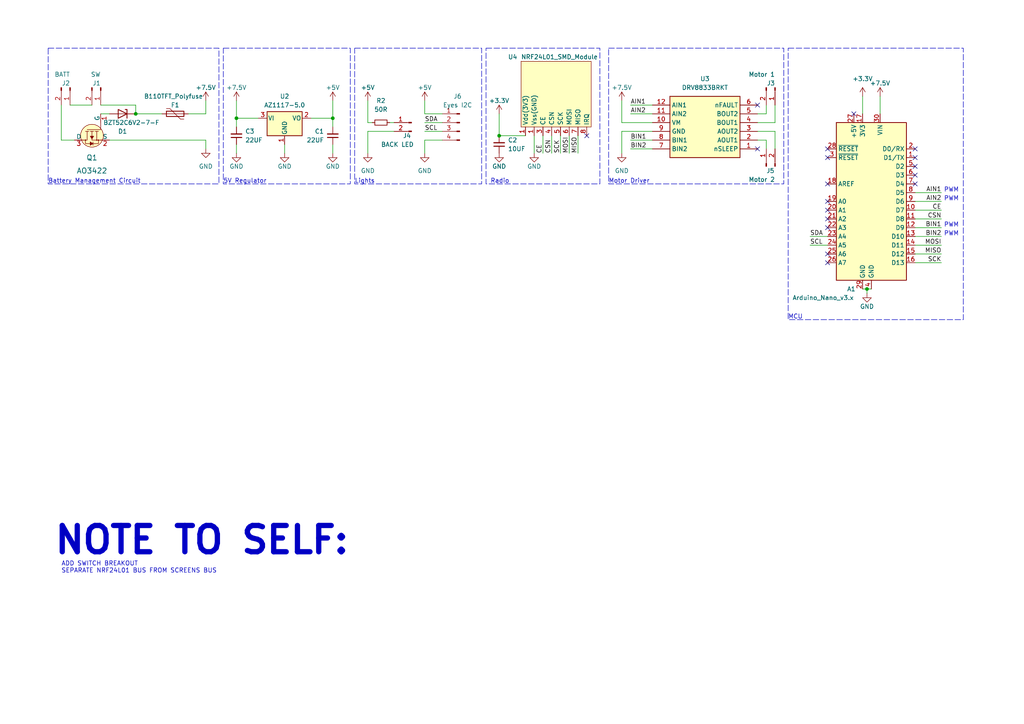
<source format=kicad_sch>
(kicad_sch (version 20230121) (generator eeschema)
  (paper "A4")
  (lib_symbols
    (symbol "Connector:Conn_01x02_Male" (pin_names (offset 1.016) hide)
      (property "Reference" "J" (at 0 2.54 0))
      (property "Value" "Conn_01x02_Male" (at 0 -5.08 0))
      (symbol "Conn_01x02_Male_1_1"
        (polyline (pts (xy 1.27 -2.54) (xy 0.8636 -2.54)) (stroke (width 0.1524)))
        (polyline (pts (xy 1.27 0) (xy 0.8636 0)) (stroke (width 0.1524)))
        (rectangle (start 0.8636 -2.413) (end 0 -2.667) (stroke (width 0.1524)) (fill (type outline)))
        (rectangle (start 0.8636 0.127) (end 0 -0.127) (stroke (width 0.1524)) (fill (type outline)))
        (pin passive line (at 5.08 0 180) (length 3.81) (name "Pin_1") (number "1"))
        (pin passive line (at 5.08 -2.54 180) (length 3.81) (name "Pin_2") (number "2"))
      )
    )
    (symbol "Connector:Conn_01x04_Pin" (pin_names (offset 1.016) hide)
      (property "Reference" "J" (at 0 5.08 0))
      (property "Value" "Conn_01x04_Pin" (at 0 -7.62 0))
      (symbol "Conn_01x04_Pin_1_1"
        (polyline (pts (xy 1.27 -5.08) (xy 0.8636 -5.08)) (stroke (width 0.1524)))
        (polyline (pts (xy 1.27 -2.54) (xy 0.8636 -2.54)) (stroke (width 0.1524)))
        (polyline (pts (xy 1.27 0) (xy 0.8636 0)) (stroke (width 0.1524)))
        (polyline (pts (xy 1.27 2.54) (xy 0.8636 2.54)) (stroke (width 0.1524)))
        (rectangle (start 0.8636 -4.953) (end 0 -5.207) (stroke (width 0.1524)) (fill (type outline)))
        (rectangle (start 0.8636 -2.413) (end 0 -2.667) (stroke (width 0.1524)) (fill (type outline)))
        (rectangle (start 0.8636 0.127) (end 0 -0.127) (stroke (width 0.1524)) (fill (type outline)))
        (rectangle (start 0.8636 2.667) (end 0 2.413) (stroke (width 0.1524)) (fill (type outline)))
        (pin passive line (at 5.08 2.54 180) (length 3.81) (name "Pin_1") (number "1"))
        (pin passive line (at 5.08 0 180) (length 3.81) (name "Pin_2") (number "2"))
        (pin passive line (at 5.08 -2.54 180) (length 3.81) (name "Pin_3") (number "3"))
        (pin passive line (at 5.08 -5.08 180) (length 3.81) (name "Pin_4") (number "4"))
      )
    )
    (symbol "DRV8833BRKT:DRV8833BRKT"
      (property "Reference" "U" (at 0 12.7 0))
      (property "Value" "DRV8833BRKT" (at 0 10.16 0))
      (symbol "DRV8833BRKT_0_1"
        (rectangle (start -10.16 8.89) (end 10.16 -8.89) (stroke (width 0.254)) (fill (type background)))
      )
      (symbol "DRV8833BRKT_1_1"
        (pin input line (at -15.24 6.35 0) (length 5.08) (name "nSLEEP") (number "1"))
        (pin power_in line (at 15.24 -1.27 180) (length 5.08) (name "VM") (number "10"))
        (pin input line (at 15.24 -3.81 180) (length 5.08) (name "AIN2") (number "11"))
        (pin input line (at 15.24 -6.35 180) (length 5.08) (name "AIN1") (number "12"))
        (pin power_out line (at -15.24 3.81 0) (length 5.08) (name "AOUT1") (number "2"))
        (pin power_out line (at -15.24 1.27 0) (length 5.08) (name "AOUT2") (number "3"))
        (pin power_out line (at -15.24 -1.27 0) (length 5.08) (name "BOUT1") (number "4"))
        (pin power_out line (at -15.24 -3.81 0) (length 5.08) (name "BOUT2") (number "5"))
        (pin open_collector line (at -15.24 -6.35 0) (length 5.08) (name "nFAULT") (number "6"))
        (pin input line (at 15.24 6.35 180) (length 5.08) (name "BIN2") (number "7"))
        (pin input line (at 15.24 3.81 180) (length 5.08) (name "BIN1") (number "8"))
        (pin power_in line (at 15.24 1.27 180) (length 5.08) (name "GND") (number "9"))
      )
    )
    (symbol "Device:C_Small" (pin_numbers hide) (pin_names (offset 0.254) hide)
      (property "Reference" "C" (at 0.254 1.778 0))
      (property "Value" "C_Small" (at 0.254 -2.032 0))
      (symbol "C_Small_0_1"
        (polyline (pts (xy -1.524 -0.508) (xy 1.524 -0.508)) (stroke (width 0.3302)))
        (polyline (pts (xy -1.524 0.508) (xy 1.524 0.508)) (stroke (width 0.3048)))
      )
      (symbol "C_Small_1_1"
        (pin passive line (at 0 2.54 270) (length 2.032) (name "~") (number "1"))
        (pin passive line (at 0 -2.54 90) (length 2.032) (name "~") (number "2"))
      )
    )
    (symbol "Device:D_Zener" (pin_numbers hide) (pin_names (offset 1.016) hide)
      (property "Reference" "D" (at 0 2.54 0))
      (property "Value" "D_Zener" (at 0 -2.54 0))
      (symbol "D_Zener_0_1"
        (polyline (pts (xy 1.27 0) (xy -1.27 0)))
        (polyline (pts (xy -1.27 -1.27) (xy -1.27 1.27) (xy -0.762 1.27)) (stroke (width 0.254)))
        (polyline (pts (xy 1.27 -1.27) (xy 1.27 1.27) (xy -1.27 0) (xy 1.27 -1.27)) (stroke (width 0.254)))
      )
      (symbol "D_Zener_1_1"
        (pin passive line (at -3.81 0 0) (length 2.54) (name "K") (number "1"))
        (pin passive line (at 3.81 0 180) (length 2.54) (name "A") (number "2"))
      )
    )
    (symbol "Device:Polyfuse" (pin_numbers hide) (pin_names (offset 0))
      (property "Reference" "F" (at -2.54 0 90))
      (property "Value" "Polyfuse" (at 2.54 0 90))
      (symbol "Polyfuse_0_1"
        (rectangle (start -0.762 2.54) (end 0.762 -2.54) (stroke (width 0.254)))
        (polyline (pts (xy 0 2.54) (xy 0 -2.54)))
        (polyline (pts (xy -1.524 2.54) (xy -1.524 1.524) (xy 1.524 -1.524) (xy 1.524 -2.54)))
      )
      (symbol "Polyfuse_1_1"
        (pin passive line (at 0 3.81 270) (length 1.27) (name "~") (number "1"))
        (pin passive line (at 0 -3.81 90) (length 1.27) (name "~") (number "2"))
      )
    )
    (symbol "Device:R_Small" (pin_numbers hide) (pin_names (offset 0.254) hide)
      (property "Reference" "R" (at 0.762 0.508 0))
      (property "Value" "R_Small" (at 0.762 -1.016 0))
      (symbol "R_Small_0_1"
        (rectangle (start -0.762 1.778) (end 0.762 -1.778) (stroke (width 0.2032)))
      )
      (symbol "R_Small_1_1"
        (pin passive line (at 0 2.54 270) (length 0.762) (name "~") (number "1"))
        (pin passive line (at 0 -2.54 90) (length 0.762) (name "~") (number "2"))
      )
    )
    (symbol "MCU_Module:Arduino_Nano_v3.x"
      (property "Reference" "A" (at -10.16 23.495 0))
      (property "Value" "Arduino_Nano_v3.x" (at 5.08 -24.13 0))
      (symbol "Arduino_Nano_v3.x_0_1"
        (rectangle (start -10.16 22.86) (end 10.16 -22.86) (stroke (width 0.254)) (fill (type background)))
      )
      (symbol "Arduino_Nano_v3.x_1_1"
        (pin bidirectional line (at -12.7 12.7 0) (length 2.54) (name "D1/TX") (number "1"))
        (pin bidirectional line (at -12.7 -2.54 0) (length 2.54) (name "D7") (number "10"))
        (pin bidirectional line (at -12.7 -5.08 0) (length 2.54) (name "D8") (number "11"))
        (pin bidirectional line (at -12.7 -7.62 0) (length 2.54) (name "D9") (number "12"))
        (pin bidirectional line (at -12.7 -10.16 0) (length 2.54) (name "D10") (number "13"))
        (pin bidirectional line (at -12.7 -12.7 0) (length 2.54) (name "D11") (number "14"))
        (pin bidirectional line (at -12.7 -15.24 0) (length 2.54) (name "D12") (number "15"))
        (pin bidirectional line (at -12.7 -17.78 0) (length 2.54) (name "D13") (number "16"))
        (pin power_out line (at 2.54 25.4 270) (length 2.54) (name "3V3") (number "17"))
        (pin input line (at 12.7 5.08 180) (length 2.54) (name "AREF") (number "18"))
        (pin bidirectional line (at 12.7 0 180) (length 2.54) (name "A0") (number "19"))
        (pin bidirectional line (at -12.7 15.24 0) (length 2.54) (name "D0/RX") (number "2"))
        (pin bidirectional line (at 12.7 -2.54 180) (length 2.54) (name "A1") (number "20"))
        (pin bidirectional line (at 12.7 -5.08 180) (length 2.54) (name "A2") (number "21"))
        (pin bidirectional line (at 12.7 -7.62 180) (length 2.54) (name "A3") (number "22"))
        (pin bidirectional line (at 12.7 -10.16 180) (length 2.54) (name "A4") (number "23"))
        (pin bidirectional line (at 12.7 -12.7 180) (length 2.54) (name "A5") (number "24"))
        (pin bidirectional line (at 12.7 -15.24 180) (length 2.54) (name "A6") (number "25"))
        (pin bidirectional line (at 12.7 -17.78 180) (length 2.54) (name "A7") (number "26"))
        (pin power_out line (at 5.08 25.4 270) (length 2.54) (name "+5V") (number "27"))
        (pin input line (at 12.7 15.24 180) (length 2.54) (name "~{RESET}") (number "28"))
        (pin power_in line (at 2.54 -25.4 90) (length 2.54) (name "GND") (number "29"))
        (pin input line (at 12.7 12.7 180) (length 2.54) (name "~{RESET}") (number "3"))
        (pin power_in line (at -2.54 25.4 270) (length 2.54) (name "VIN") (number "30"))
        (pin power_in line (at 0 -25.4 90) (length 2.54) (name "GND") (number "4"))
        (pin bidirectional line (at -12.7 10.16 0) (length 2.54) (name "D2") (number "5"))
        (pin bidirectional line (at -12.7 7.62 0) (length 2.54) (name "D3") (number "6"))
        (pin bidirectional line (at -12.7 5.08 0) (length 2.54) (name "D4") (number "7"))
        (pin bidirectional line (at -12.7 2.54 0) (length 2.54) (name "D5") (number "8"))
        (pin bidirectional line (at -12.7 0 0) (length 2.54) (name "D6") (number "9"))
      )
    )
    (symbol "RF_Module:NRF24L01_SMD_Module"
      (property "Reference" "U" (at 0 3.81 0))
      (property "Value" "NRF24L01_SMD_Module" (at 0 1.27 0))
      (symbol "NRF24L01_SMD_Module_1_1"
        (rectangle (start -10.16 0) (end 10.16 -19.05) (fill (type background)))
        (pin input line (at -8.89 -21.59 90) (length 2.54) (name "Vdd(3V3)") (number "1"))
        (pin input line (at -6.35 -21.59 90) (length 2.54) (name "Vss(GND)") (number "1"))
        (pin input line (at -3.81 -21.59 90) (length 2.54) (name "CE") (number "3"))
        (pin input line (at -1.27 -21.59 90) (length 2.54) (name "CSN") (number "4"))
        (pin input line (at 1.27 -21.59 90) (length 2.54) (name "SCK") (number "5"))
        (pin input line (at 3.81 -21.59 90) (length 2.54) (name "MOSI") (number "6"))
        (pin input line (at 6.35 -21.59 90) (length 2.54) (name "MISO") (number "7"))
        (pin input line (at 8.89 -21.59 90) (length 2.54) (name "IRQ") (number "8"))
      )
    )
    (symbol "Regulator_Linear:AZ1117-5.0" (pin_names (offset 0.254))
      (property "Reference" "U" (at -3.81 3.175 0))
      (property "Value" "AZ1117-5.0" (at 0 3.175 0))
      (symbol "AZ1117-5.0_0_1"
        (rectangle (start -5.08 1.905) (end 5.08 -5.08) (stroke (width 0.254)) (fill (type background)))
      )
      (symbol "AZ1117-5.0_1_1"
        (pin power_in line (at 0 -7.62 90) (length 2.54) (name "GND") (number "1"))
        (pin power_out line (at 7.62 0 180) (length 2.54) (name "VO") (number "2"))
        (pin power_in line (at -7.62 0 0) (length 2.54) (name "VI") (number "3"))
      )
    )
    (symbol "dk_Transistors-FETs-MOSFETs-Single:AO3401A" (pin_names (offset 0))
      (property "Reference" "Q" (at -2.6924 3.6322 0))
      (property "Value" "AO3401A" (at 3.4544 0 90))
      (symbol "AO3401A_0_1"
        (circle (center -1.27 0) (radius 3.302) (fill (type background)))
        (circle (center 0 -1.905) (radius 0.127))
        (circle (center 0 -1.397) (radius 0.127))
        (polyline (pts (xy 0 -1.397) (xy -2.54 -1.397)))
        (polyline (pts (xy -5.08 -2.54) (xy -3.048 -2.54) (xy -3.048 1.397)))
        (polyline (pts (xy 0 -2.54) (xy 0 0) (xy -2.54 0)))
        (polyline (pts (xy 0 2.54) (xy 0 1.397) (xy -2.54 1.397)))
        (polyline (pts (xy -0.127 -1.905) (xy 1.016 -1.905) (xy 1.016 1.397) (xy 1.016 1.905) (xy -0.127 1.905)))
        (circle (center 0 1.905) (radius 0.127))
      )
      (symbol "AO3401A_1_1"
        (polyline (pts (xy -2.54 -1.397) (xy -2.54 -1.905)))
        (polyline (pts (xy -2.54 -1.397) (xy -2.54 -0.889)))
        (polyline (pts (xy -2.54 0) (xy -2.54 -0.508)))
        (polyline (pts (xy -2.54 0) (xy -2.54 0.508)))
        (polyline (pts (xy -2.54 1.905) (xy -2.54 0.889)))
        (polyline (pts (xy 1.524 -0.3048) (xy 0.508 -0.3048)))
        (polyline (pts (xy -0.381 0) (xy -1.143 0.508) (xy -1.143 -0.508) (xy -0.381 0)) (fill (type outline)))
        (polyline (pts (xy 1.016 -0.254) (xy 0.508 0.508) (xy 1.524 0.508) (xy 1.016 -0.254)) (fill (type outline)))
        (pin bidirectional line (at -7.62 -2.54 0) (length 2.54) (name "G") (number "1"))
        (pin bidirectional line (at 0 -5.08 90) (length 2.54) (name "S") (number "2"))
        (pin bidirectional line (at 0 5.08 270) (length 2.54) (name "D") (number "3"))
      )
    )
    (symbol "power:+3.3V" (power) (pin_names (offset 0))
      (property "Value" "+3.3V" (at 0 3.556 0))
      (symbol "+3.3V_0_1"
        (polyline (pts (xy -0.762 1.27) (xy 0 2.54)))
        (polyline (pts (xy 0 0) (xy 0 2.54)))
        (polyline (pts (xy 0 2.54) (xy 0.762 1.27)))
      )
      (symbol "+3.3V_1_1"
        (pin power_in line (at 0 0 90) (length 0) hide (name "+3.3V") (number "1"))
      )
    )
    (symbol "power:+5V" (power) (pin_names (offset 0))
      (property "Value" "+5V" (at 0 3.556 0))
      (symbol "+5V_0_1"
        (polyline (pts (xy -0.762 1.27) (xy 0 2.54)))
        (polyline (pts (xy 0 0) (xy 0 2.54)))
        (polyline (pts (xy 0 2.54) (xy 0.762 1.27)))
      )
      (symbol "+5V_1_1"
        (pin power_in line (at 0 0 90) (length 0) hide (name "+5V") (number "1"))
      )
    )
    (symbol "power:+7.5V" (power) (pin_names (offset 0))
      (property "Value" "+7.5V" (at 0 3.556 0))
      (symbol "+7.5V_0_1"
        (polyline (pts (xy -0.762 1.27) (xy 0 2.54)))
        (polyline (pts (xy 0 0) (xy 0 2.54)))
        (polyline (pts (xy 0 2.54) (xy 0.762 1.27)))
      )
      (symbol "+7.5V_1_1"
        (pin power_in line (at 0 0 90) (length 0) hide (name "+7.5V") (number "1"))
      )
    )
    (symbol "power:GND" (power) (pin_names (offset 0))
      (property "Value" "GND" (at 0 -3.81 0))
      (symbol "GND_0_1"
        (polyline (pts (xy 0 0) (xy 0 -1.27) (xy 1.27 -1.27) (xy 0 -2.54) (xy -1.27 -1.27) (xy 0 -1.27)))
      )
      (symbol "GND_1_1"
        (pin power_in line (at 0 0 270) (length 0) hide (name "GND") (number "1"))
      )
    )
  )
  (junction (at 144.78 39.37))
  (junction (at 68.58 34.29))
  (junction (at 39.37 33.02))
  (junction (at 96.52 34.29))
  (junction (at 251.46 83.82))
  (no_connect (at 170.18 39.37))
  (no_connect (at 240.03 60.96))
  (no_connect (at 247.65 33.02))
  (no_connect (at 219.71 30.48))
  (no_connect (at 240.03 45.72))
  (no_connect (at 265.43 45.72))
  (no_connect (at 240.03 53.34))
  (no_connect (at 240.03 63.5))
  (no_connect (at 219.71 43.18))
  (no_connect (at 265.43 48.26))
  (no_connect (at 240.03 76.2))
  (no_connect (at 240.03 66.04))
  (no_connect (at 265.43 50.8))
  (no_connect (at 240.03 43.18))
  (no_connect (at 265.43 43.18))
  (no_connect (at 240.03 73.66))
  (no_connect (at 265.43 53.34))
  (no_connect (at 240.03 58.42))
  (wire (pts (xy 251.46 83.82) (xy 251.46 85.09)))
  (wire (pts (xy 222.25 40.64) (xy 222.25 43.18)))
  (wire (pts (xy 31.75 33.02) (xy 29.21 33.02)))
  (wire (pts (xy 123.19 29.21) (xy 123.19 33.02)))
  (wire (pts (xy 265.43 68.58) (xy 273.05 68.58)))
  (wire (pts (xy 157.48 39.37) (xy 157.48 44.45)))
  (wire (pts (xy 182.88 40.64) (xy 189.23 40.64)))
  (wire (pts (xy 250.19 83.82) (xy 251.46 83.82)))
  (wire (pts (xy 123.19 40.64) (xy 123.19 44.45)))
  (wire (pts (xy 234.95 68.58) (xy 240.03 68.58)))
  (wire (pts (xy 265.43 71.12) (xy 273.05 71.12)))
  (wire (pts (xy 265.43 66.04) (xy 273.05 66.04)))
  (wire (pts (xy 144.78 39.37) (xy 152.4 39.37)))
  (wire (pts (xy 90.17 34.29) (xy 96.52 34.29)))
  (wire (pts (xy 128.27 40.64) (xy 123.19 40.64)))
  (wire (pts (xy 265.43 58.42) (xy 273.05 58.42)))
  (wire (pts (xy 21.59 40.64) (xy 17.78 40.64)))
  (wire (pts (xy 106.68 38.1) (xy 114.3 38.1)))
  (wire (pts (xy 265.43 55.88) (xy 273.05 55.88)))
  (wire (pts (xy 224.79 35.56) (xy 224.79 30.48)))
  (wire (pts (xy 59.69 40.64) (xy 59.69 43.18)))
  (wire (pts (xy 106.68 29.21) (xy 106.68 35.56)))
  (wire (pts (xy 167.64 44.45) (xy 167.64 39.37)))
  (wire (pts (xy 219.71 38.1) (xy 224.79 38.1)))
  (wire (pts (xy 250.19 27.94) (xy 250.19 33.02)))
  (wire (pts (xy 219.71 33.02) (xy 222.25 33.02)))
  (wire (pts (xy 219.71 35.56) (xy 224.79 35.56)))
  (wire (pts (xy 180.34 35.56) (xy 189.23 35.56)))
  (wire (pts (xy 29.21 30.48) (xy 39.37 30.48)))
  (wire (pts (xy 96.52 44.45) (xy 96.52 41.91)))
  (wire (pts (xy 123.19 38.1) (xy 128.27 38.1)))
  (wire (pts (xy 219.71 40.64) (xy 222.25 40.64)))
  (wire (pts (xy 154.94 39.37) (xy 154.94 44.45)))
  (wire (pts (xy 180.34 29.21) (xy 180.34 35.56)))
  (wire (pts (xy 17.78 30.48) (xy 17.78 40.64)))
  (wire (pts (xy 165.1 44.45) (xy 165.1 39.37)))
  (wire (pts (xy 82.55 44.45) (xy 82.55 41.91)))
  (wire (pts (xy 68.58 41.91) (xy 68.58 44.45)))
  (wire (pts (xy 39.37 33.02) (xy 46.99 33.02)))
  (wire (pts (xy 59.69 40.64) (xy 31.75 40.64)))
  (wire (pts (xy 222.25 33.02) (xy 222.25 30.48)))
  (wire (pts (xy 144.78 33.02) (xy 144.78 39.37)))
  (wire (pts (xy 255.27 27.94) (xy 255.27 33.02)))
  (wire (pts (xy 96.52 29.21) (xy 96.52 34.29)))
  (wire (pts (xy 59.69 29.21) (xy 59.69 33.02)))
  (wire (pts (xy 96.52 34.29) (xy 96.52 36.83)))
  (wire (pts (xy 224.79 43.18) (xy 224.79 38.1)))
  (wire (pts (xy 160.02 44.45) (xy 160.02 39.37)))
  (wire (pts (xy 180.34 38.1) (xy 180.34 44.45)))
  (wire (pts (xy 182.88 43.18) (xy 189.23 43.18)))
  (wire (pts (xy 265.43 60.96) (xy 273.05 60.96)))
  (wire (pts (xy 39.37 30.48) (xy 39.37 33.02)))
  (wire (pts (xy 182.88 33.02) (xy 189.23 33.02)))
  (wire (pts (xy 180.34 38.1) (xy 189.23 38.1)))
  (wire (pts (xy 68.58 36.83) (xy 68.58 34.29)))
  (wire (pts (xy 265.43 63.5) (xy 273.05 63.5)))
  (wire (pts (xy 68.58 29.21) (xy 68.58 34.29)))
  (wire (pts (xy 59.69 33.02) (xy 54.61 33.02)))
  (wire (pts (xy 251.46 83.82) (xy 252.73 83.82)))
  (wire (pts (xy 106.68 38.1) (xy 106.68 44.45)))
  (wire (pts (xy 182.88 30.48) (xy 189.23 30.48)))
  (wire (pts (xy 162.56 44.45) (xy 162.56 39.37)))
  (wire (pts (xy 123.19 35.56) (xy 128.27 35.56)))
  (wire (pts (xy 234.95 71.12) (xy 240.03 71.12)))
  (wire (pts (xy 265.43 76.2) (xy 273.05 76.2)))
  (wire (pts (xy 20.32 30.48) (xy 26.67 30.48)))
  (wire (pts (xy 106.68 35.56) (xy 107.95 35.56)))
  (wire (pts (xy 128.27 33.02) (xy 123.19 33.02)))
  (wire (pts (xy 265.43 73.66) (xy 273.05 73.66)))
  (wire (pts (xy 68.58 34.29) (xy 74.93 34.29)))
  (wire (pts (xy 114.3 35.56) (xy 113.03 35.56)))
  (rectangle (start 228.6 13.97) (end 279.4 92.71) (stroke (width 0) (type dash)))
  (rectangle (start 102.87 13.97) (end 139.7 53.34) (stroke (width 0) (type dash)))
  (rectangle (start 13.97 13.97) (end 63.5 53.34) (stroke (width 0) (type dash)))
  (rectangle (start 140.97 13.97) (end 173.99 53.34) (stroke (width 0) (type dash)))
  (rectangle (start 64.77 13.97) (end 101.6 53.34) (stroke (width 0) (type dash)))
  (rectangle (start 176.53 13.97) (end 227.33 53.34) (stroke (width 0) (type dash)))
  (text "PWM" (at 278.13 68.58 0) (effects (font (size 1.27 1.27)) (justify right bottom)))
  (text "NOTE TO SELF:" (at 15.24 161.29 0) (effects (font (size 7.62 7.62) (thickness 1.524) bold) (justify left bottom)))
  (text "ADD SWITCH BREAKOUT\nSEPARATE NRF24L01 BUS FROM SCREENS BUS" (at 17.78 166.37 0) (effects (font (size 1.27 1.27)) (justify left bottom)))
  (text "5V Regulator" (at 64.77 53.34 0) (effects (font (size 1.27 1.27)) (justify left bottom)))
  (text "Radio" (at 142.24 53.34 0) (effects (font (size 1.27 1.27)) (justify left bottom)))
  (text "PWM" (at 278.13 66.04 0) (effects (font (size 1.27 1.27)) (justify right bottom)))
  (text "PWM" (at 278.13 55.88 0) (effects (font (size 1.27 1.27)) (justify right bottom)))
  (text "Battery Management Circuit" (at 13.97 53.34 0) (effects (font (size 1.27 1.27)) (justify left bottom)))
  (text "MCU" (at 228.6 92.71 0) (effects (font (size 1.27 1.27)) (justify left bottom)))
  (text "PWM" (at 278.13 58.42 0) (effects (font (size 1.27 1.27)) (justify right bottom)))
  (text "Lights" (at 102.87 53.34 0) (effects (font (size 1.27 1.27)) (justify left bottom)))
  (text "Motor Driver" (at 176.53 53.34 0) (effects (font (size 1.27 1.27)) (justify left bottom)))
  (label "SCL" (at 234.95 71.12 0))
  (label "CE" (at 157.48 44.45 90))
  (label "SCK" (at 162.56 44.45 90))
  (label "BIN2" (at 182.88 43.18 0))
  (label "SCK" (at 273.05 76.2 180))
  (label "SCL" (at 123.19 38.1 0))
  (label "AIN2" (at 273.05 58.42 180))
  (label "BIN2" (at 273.05 68.58 180))
  (label "SDA" (at 234.95 68.58 0))
  (label "BIN1" (at 273.05 66.04 180))
  (label "AIN1" (at 273.05 55.88 180))
  (label "CSN" (at 160.02 44.45 90))
  (label "AIN1" (at 182.88 30.48 0))
  (label "SDA" (at 123.19 35.56 0))
  (label "MOSI" (at 165.1 44.45 90))
  (label "MOSI" (at 273.05 71.12 180))
  (label "CE" (at 273.05 60.96 180))
  (label "AIN2" (at 182.88 33.02 0))
  (label "CSN" (at 273.05 63.5 180))
  (label "MISO" (at 273.05 73.66 180))
  (label "MISO" (at 167.64 44.45 90))
  (label "BIN1" (at 182.88 40.64 0))
  (symbol (lib_id "power:GND") (at 106.68 44.45 0) (unit 1)
    (property "Reference" "#PWR0105" (effects hide))
    (property "Value" "GND" (at 106.68 49.53 0))
  )
  (symbol (lib_id "Connector:Conn_01x02_Male") (at 224.79 25.4 270) (unit 1)
    (property "Reference" "J3" (at 224.79 24.13 90) (effects (justify right)))
    (property "Value" "Motor 1" (at 224.79 21.59 90) (effects (justify right)))
    (property "Footprint" "Connector_PinHeader_2.54mm:PinHeader_1x02_P2.54mm_Vertical" (effects hide))
  )
  (symbol (lib_id "Connector:Conn_01x02_Male") (at 222.25 48.26 90) (unit 1)
    (property "Reference" "J5" (at 222.25 49.53 90) (effects (justify right)))
    (property "Value" "Motor 2" (at 224.79 52.07 90) (effects (justify left)))
    (property "Footprint" "Connector_PinHeader_2.54mm:PinHeader_1x02_P2.54mm_Vertical" (effects hide))
  )
  (symbol (lib_id "dk_Transistors-FETs-MOSFETs-Single:AO3401A") (at 26.67 40.64 90) (mirror x) (unit 1)
    (property "Reference" "Q1" (at 26.67 45.72 90) (effects (font (size 1.524 1.524))))
    (property "Value" "AO3422" (at 26.67 49.53 90) (effects (font (size 1.524 1.524))))
    (property "Footprint" "digikey-footprints:SOT-23-3" (effects hide))
    (property "Datasheet" "http://aosmd.com/res/data_sheets/AO3401A.pdf" (effects hide))
    (property "Digi-Key_PN" "785-1001-1-ND" (effects hide))
    (property "MPN" "AO3401A" (effects hide))
    (property "Category" "Discrete Semiconductor Products" (effects hide))
    (property "Family" "Transistors - FETs, MOSFETs - Single" (effects hide))
    (property "DK_Datasheet_Link" "http://aosmd.com/res/data_sheets/AO3401A.pdf" (effects hide))
    (property "DK_Detail_Page" "/product-detail/en/alpha-omega-semiconductor-inc/AO3401A/785-1001-1-ND/1855943" (effects hide))
    (property "Description" "MOSFET P-CH 30V 4A SOT23" (effects hide))
    (property "Manufacturer" "Alpha & Omega Semiconductor Inc." (effects hide))
    (property "Status" "Active" (effects hide))
  )
  (symbol (lib_id "power:+7.5V") (at 255.27 27.94 0) (unit 1)
    (property "Reference" "#PWR011" (effects hide))
    (property "Value" "+7.5V" (at 255.27 24.13 0))
  )
  (symbol (lib_id "power:+7.5V") (at 68.58 29.21 0) (unit 1)
    (property "Reference" "#PWR02" (effects hide))
    (property "Value" "+7.5V" (at 68.58 25.4 0))
  )
  (symbol (lib_id "power:GND") (at 59.69 43.18 0) (unit 1)
    (property "Reference" "#PWR0108" (effects hide))
    (property "Value" "GND" (at 59.69 48.26 0))
  )
  (symbol (lib_id "RF_Module:NRF24L01_SMD_Module") (at 161.29 17.78 0) (unit 1)
    (property "Reference" "U4" (at 147.32 16.51 0) (effects (justify left)))
    (property "Value" "NRF24L01_SMD_Module" (at 151.13 16.51 0) (effects (justify left)))
  )
  (symbol (lib_id "power:GND") (at 251.46 85.09 0) (unit 1)
    (property "Reference" "#PWR0116" (effects hide))
    (property "Value" "GND" (at 251.46 88.9 0))
  )
  (symbol (lib_id "power:+5V") (at 123.19 29.21 0) (mirror y) (unit 1)
    (property "Reference" "#PWR08" (effects hide))
    (property "Value" "+5V" (at 123.19 25.4 0))
  )
  (symbol (lib_id "power:+3.3V") (at 144.78 33.02 0) (unit 1)
    (property "Reference" "#PWR04" (effects hide))
    (property "Value" "+3.3V" (at 144.78 29.21 0))
  )
  (symbol (lib_id "Device:C_Small") (at 68.58 39.37 180) (unit 1)
    (property "Reference" "C3" (at 71.12 38.0935 0) (effects (justify right)))
    (property "Value" "22UF" (at 71.12 40.64 0) (effects (justify right)))
    (property "Footprint" "Capacitor_SMD:C_0805_2012Metric_Pad1.18x1.45mm_HandSolder" (effects hide))
  )
  (symbol (lib_id "Device:D_Zener") (at 35.56 33.02 0) (mirror y) (unit 1)
    (property "Reference" "D1" (at 35.56 38.1 0))
    (property "Value" "BZT52C6V2-7-F" (at 38.1 35.56 0))
    (property "Footprint" "Diode_SMD:D_SOD-123" (effects hide))
  )
  (symbol (lib_id "power:GND") (at 96.52 44.45 0) (mirror y) (unit 1)
    (property "Reference" "#PWR0104" (effects hide))
    (property "Value" "GND" (at 96.52 48.26 0))
  )
  (symbol (lib_id "power:+7.5V") (at 180.34 29.21 0) (unit 1)
    (property "Reference" "#PWR0102" (effects hide))
    (property "Value" "+7.5V" (at 180.34 25.4 0))
  )
  (symbol (lib_id "power:GND") (at 82.55 44.45 0) (mirror y) (unit 1)
    (property "Reference" "#PWR06" (effects hide))
    (property "Value" "GND" (at 82.55 48.26 0))
  )
  (symbol (lib_id "Device:Polyfuse") (at 50.8 33.02 90) (mirror x) (unit 1)
    (property "Reference" "F1" (at 50.8 30.48 90))
    (property "Value" "B110TFT_Polyfuse " (at 50.8 27.94 90))
    (property "Footprint" "Fuse:Fuse_1206_3216Metric" (effects hide))
  )
  (symbol (lib_id "power:GND") (at 180.34 44.45 0) (mirror y) (unit 1)
    (property "Reference" "#PWR0101" (effects hide))
    (property "Value" "GND" (at 180.34 49.53 0))
  )
  (symbol (lib_id "MCU_Module:Arduino_Nano_v3.x") (at 252.73 58.42 0) (mirror y) (unit 1)
    (property "Reference" "A1" (at 248.1706 83.82 0) (effects (justify left)))
    (property "Value" "Arduino_Nano_v3.x" (at 247.65 86.36 0) (effects (justify left)))
    (property "Footprint" "Module:Arduino_Nano" (effects hide))
    (property "Datasheet" "http://www.mouser.com/pdfdocs/Gravitech_Arduino_Nano3_0.pdf" (effects hide))
  )
  (symbol (lib_id "power:GND") (at 154.94 44.45 0) (unit 1)
    (property "Reference" "#PWR015" (effects hide))
    (property "Value" "GND" (at 154.94 48.26 0))
  )
  (symbol (lib_id "Device:C_Small") (at 96.52 39.37 180) (unit 1)
    (property "Reference" "C1" (at 93.98 38.1 0) (effects (justify left)))
    (property "Value" "22UF" (at 93.98 40.64 0) (effects (justify left)))
    (property "Footprint" "Capacitor_SMD:C_0805_2012Metric_Pad1.18x1.45mm_HandSolder" (effects hide))
  )
  (symbol (lib_id "Regulator_Linear:AZ1117-5.0") (at 82.55 34.29 0) (unit 1)
    (property "Reference" "U2" (at 82.55 27.94 0))
    (property "Value" "AZ1117-5.0" (at 82.55 30.48 0))
    (property "Footprint" "Package_TO_SOT_SMD:SOT-223-3_TabPin2" (effects hide))
    (property "Datasheet" "https://www.diodes.com/assets/Datasheets/AZ1117.pdf" (effects hide))
  )
  (symbol (lib_id "power:+5V") (at 106.68 29.21 0) (unit 1)
    (property "Reference" "#PWR05" (effects hide))
    (property "Value" "+5V" (at 106.68 25.4 0))
  )
  (symbol (lib_id "power:+7.5V") (at 59.69 29.21 0) (mirror y) (unit 1)
    (property "Reference" "#PWR01" (effects hide))
    (property "Value" "+7.5V" (at 59.69 25.4 0))
  )
  (symbol (lib_id "Connector:Conn_01x02_Male") (at 119.38 35.56 0) (mirror y) (unit 1)
    (property "Reference" "J4" (at 116.84 39.37 0) (effects (justify right)))
    (property "Value" "BACK LED" (at 110.49 41.91 0) (effects (justify right)))
    (property "Footprint" "Connector_PinHeader_2.54mm:PinHeader_1x02_P2.54mm_Vertical" (effects hide))
  )
  (symbol (lib_id "power:+3.3V") (at 250.19 27.94 0) (unit 1)
    (property "Reference" "#PWR010" (effects hide))
    (property "Value" "+3.3V" (at 250.19 22.86 0))
  )
  (symbol (lib_id "Device:R_Small") (at 110.49 35.56 90) (unit 1)
    (property "Reference" "R2" (at 110.49 29.21 90))
    (property "Value" "50R" (at 110.49 31.75 90))
    (property "Footprint" "Resistor_SMD:R_0805_2012Metric" (effects hide))
  )
  (symbol (lib_id "Device:C_Small") (at 144.78 41.91 0) (mirror x) (unit 1)
    (property "Reference" "C2" (at 147.32 40.64 0) (effects (justify left)))
    (property "Value" "10UF" (at 147.32 43.18 0) (effects (justify left)))
    (property "Footprint" "Capacitor_SMD:C_0805_2012Metric_Pad1.18x1.45mm_HandSolder" (effects hide))
  )
  (symbol (lib_id "Connector:Conn_01x02_Male") (at 20.32 25.4 270) (unit 1)
    (property "Reference" "J2" (at 20.32 24.13 90) (effects (justify right)))
    (property "Value" "BATT" (at 20.32 21.59 90) (effects (justify right)))
    (property "Footprint" "Connector_PinHeader_2.54mm:PinHeader_1x02_P2.54mm_Vertical" (effects hide))
  )
  (symbol (lib_id "DRV8833BRKT:DRV8833BRKT") (at 204.47 36.83 180) (unit 1)
    (property "Reference" "U3" (at 204.47 22.86 0))
    (property "Value" "DRV8833BRKT" (at 204.47 25.4 0))
    (property "Footprint" "DRV8833BRKT:DRV8833BRKT" (effects hide))
  )
  (symbol (lib_id "Connector:Conn_01x02_Male") (at 29.21 25.4 270) (unit 1)
    (property "Reference" "J1" (at 29.21 24.13 90) (effects (justify right)))
    (property "Value" "SW" (at 29.21 21.59 90) (effects (justify right)))
    (property "Footprint" "Connector_PinHeader_2.54mm:PinHeader_1x02_P2.54mm_Vertical" (effects hide))
  )
  (symbol (lib_id "power:+5V") (at 96.52 29.21 0) (unit 1)
    (property "Reference" "#PWR0103" (effects hide))
    (property "Value" "+5V" (at 96.52 25.4 0))
  )
  (symbol (lib_id "power:GND") (at 68.58 44.45 0) (mirror y) (unit 1)
    (property "Reference" "#PWR03" (effects hide))
    (property "Value" "GND" (at 68.58 48.26 0))
  )
  (symbol (lib_id "power:GND") (at 144.78 44.45 0) (unit 1)
    (property "Reference" "#PWR014" (effects hide))
    (property "Value" "GND" (at 144.78 48.26 0))
  )
  (symbol (lib_id "power:GND") (at 123.19 44.45 0) (mirror y) (unit 1)
    (property "Reference" "#PWR09" (effects hide))
    (property "Value" "GND" (at 123.19 49.53 0))
  )
  (symbol (lib_id "Connector:Conn_01x04_Pin") (at 133.35 35.56 0) (mirror y) (unit 1)
    (property "Reference" "J6" (at 132.715 27.94 0))
    (property "Value" "Eyes I2C" (at 132.715 30.48 0))
  )
)
</source>
